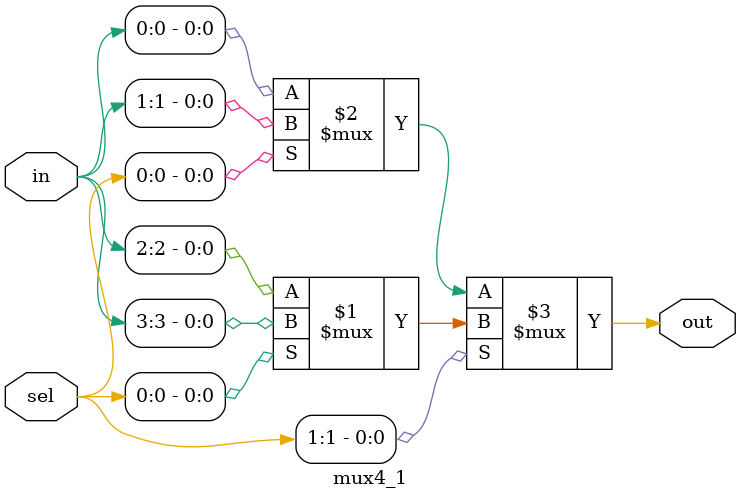
<source format=v>
module mux4_1(out,sel,in);
input [1:0]sel;
input [3:0]in;
output out;
assign out = sel[1] ? (sel[0] ? in[3] : in[2] ) : (sel[0] ? in[1] : in[0] );
endmodule
</source>
